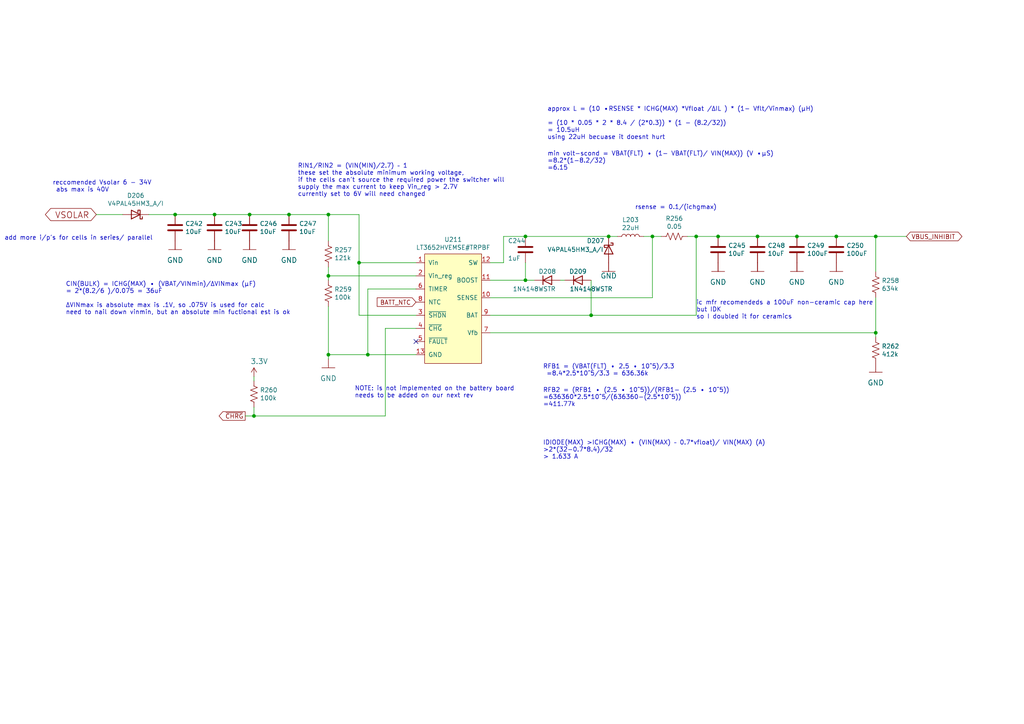
<source format=kicad_sch>
(kicad_sch (version 20211123) (generator eeschema)
  (paper "A4")
  (lib_symbols
    (symbol "mainboard-rescue:C-Device-mainboard-rescue" (pin_numbers hide) (pin_names (offset 0.254))
      (property "Reference" "C" (at 0.635 2.54 0))
      (property "Value" "C-Device-mainboard-rescue" (at 0.635 -2.54 0))
      (symbol "C-Device-mainboard-rescue_0_1"
        (polyline (pts (xy -2.032 -0.762) (xy 2.032 -0.762)) (stroke (width 0.508)))
        (polyline (pts (xy -2.032 0.762) (xy 2.032 0.762)) (stroke (width 0.508)))
      )
      (symbol "C-Device-mainboard-rescue_1_1"
        (pin passive line (at 0 3.81 270) (length 2.794) (name "~") (number "1"))
        (pin passive line (at 0 -3.81 90) (length 2.794) (name "~") (number "2"))
      )
    )
    (symbol "mainboard-rescue:D-Device-mainboard-rescue" (pin_numbers hide) (pin_names (offset 1.016) hide)
      (property "Reference" "D" (at 0 2.54 0))
      (property "Value" "D-Device-mainboard-rescue" (at 0 -2.54 0))
      (symbol "D-Device-mainboard-rescue_0_1"
        (polyline (pts (xy -1.27 1.27) (xy -1.27 -1.27)) (stroke (width 0.254)))
        (polyline (pts (xy 1.27 0) (xy -1.27 0)))
        (polyline (pts (xy 1.27 1.27) (xy 1.27 -1.27) (xy -1.27 0) (xy 1.27 1.27)) (stroke (width 0.254)))
      )
      (symbol "D-Device-mainboard-rescue_1_1"
        (pin passive line (at -3.81 0 0) (length 2.54) (name "K") (number "1"))
        (pin passive line (at 3.81 0 180) (length 2.54) (name "A") (number "2"))
      )
    )
    (symbol "mainboard-rescue:D_Schottky-Device-mainboard-rescue" (pin_numbers hide) (pin_names (offset 1.016) hide)
      (property "Reference" "D" (at 0 2.54 0))
      (property "Value" "D_Schottky-Device-mainboard-rescue" (at 0 -2.54 0))
      (symbol "D_Schottky-Device-mainboard-rescue_0_1"
        (polyline (pts (xy 1.27 0) (xy -1.27 0)))
        (polyline (pts (xy 1.27 1.27) (xy 1.27 -1.27) (xy -1.27 0) (xy 1.27 1.27)) (stroke (width 0.254)))
        (polyline (pts (xy -1.905 0.635) (xy -1.905 1.27) (xy -1.27 1.27) (xy -1.27 -1.27) (xy -0.635 -1.27) (xy -0.635 -0.635)) (stroke (width 0.254)))
      )
      (symbol "D_Schottky-Device-mainboard-rescue_1_1"
        (pin passive line (at -3.81 0 0) (length 2.54) (name "K") (number "1"))
        (pin passive line (at 3.81 0 180) (length 2.54) (name "A") (number "2"))
      )
    )
    (symbol "mainboard-rescue:L-Device-mainboard-rescue" (pin_numbers hide) (pin_names (offset 1.016) hide)
      (property "Reference" "L" (at -1.27 0 90))
      (property "Value" "L-Device-mainboard-rescue" (at 1.905 0 90))
      (symbol "L-Device-mainboard-rescue_0_1"
        (arc (start 0 -2.54) (mid 0.635 -1.905) (end 0 -1.27))
        (arc (start 0 -1.27) (mid 0.635 -0.635) (end 0 0))
        (arc (start 0 0) (mid 0.635 0.635) (end 0 1.27))
        (arc (start 0 1.27) (mid 0.635 1.905) (end 0 2.54))
      )
      (symbol "L-Device-mainboard-rescue_1_1"
        (pin passive line (at 0 3.81 270) (length 1.27) (name "1") (number "1"))
        (pin passive line (at 0 -3.81 90) (length 1.27) (name "2") (number "2"))
      )
    )
    (symbol "mainboard-rescue:R_US-Device-mainboard-rescue" (pin_numbers hide) (pin_names (offset 0))
      (property "Reference" "R" (at 2.54 0 90))
      (property "Value" "R_US-Device-mainboard-rescue" (at -2.54 0 90))
      (symbol "R_US-Device-mainboard-rescue_0_1"
        (polyline (pts (xy 0 -2.286) (xy 0 -2.54)))
        (polyline (pts (xy 0 2.286) (xy 0 2.54)))
        (polyline (pts (xy 0 -0.762) (xy 1.016 -1.143) (xy 0 -1.524) (xy -1.016 -1.905) (xy 0 -2.286)))
        (polyline (pts (xy 0 0.762) (xy 1.016 0.381) (xy 0 0) (xy -1.016 -0.381) (xy 0 -0.762)))
        (polyline (pts (xy 0 2.286) (xy 1.016 1.905) (xy 0 1.524) (xy -1.016 1.143) (xy 0 0.762)))
      )
      (symbol "R_US-Device-mainboard-rescue_1_1"
        (pin passive line (at 0 3.81 270) (length 1.27) (name "~") (number "1"))
        (pin passive line (at 0 -3.81 90) (length 1.27) (name "~") (number "2"))
      )
    )
    (symbol "mainboard:3.3V" (power) (pin_names (offset 1.016))
      (property "Value" "3.3V" (at -1.016 3.556 0))
      (symbol "3.3V_1_0"
        (polyline (pts (xy 0 2.54) (xy -0.762 1.27)))
        (polyline (pts (xy 0.762 1.27) (xy 0 2.54)))
        (pin power_in line (at 0 0 90) (length 2.54) (name "3.3V") (number "1"))
      )
    )
    (symbol "mainboard:GND" (power) (pin_names (offset 1.016))
      (property "Value" "GND" (at -2.54 -2.54 0))
      (symbol "GND_1_0"
        (polyline (pts (xy -1.905 0) (xy 1.905 0)))
        (pin power_in line (at 0 2.54 270) (length 2.54) (name "GND") (number "1"))
      )
    )
    (symbol "mainboard_SLI:LTC3652HV" (pin_names (offset 1.016))
      (property "Reference" "U" (at 0 3.81 0))
      (property "Value" "LTC3652HV" (at 0 1.27 0))
      (symbol "LTC3652HV_0_1"
        (rectangle (start -8.89 0) (end 7.62 -31.75) (fill (type background)))
      )
      (symbol "LTC3652HV_1_1"
        (pin input line (at -11.43 -2.54 0) (length 2.54) (name "Vin") (number "1"))
        (pin input line (at 10.16 -12.7 180) (length 2.54) (name "SENSE") (number "10"))
        (pin input line (at 10.16 -7.62 180) (length 2.54) (name "BOOST") (number "11"))
        (pin input line (at 10.16 -2.54 180) (length 2.54) (name "SW") (number "12"))
        (pin input line (at -11.43 -29.21 0) (length 2.54) (name "GND") (number "13"))
        (pin input line (at -11.43 -6.35 0) (length 2.54) (name "Vin_reg") (number "2"))
        (pin input line (at -11.43 -17.78 0) (length 2.54) (name "~{SHDN}") (number "3"))
        (pin input line (at -11.43 -21.59 0) (length 2.54) (name "~{CHG}") (number "4"))
        (pin input line (at -11.43 -25.4 0) (length 2.54) (name "~{FAULT}") (number "5"))
        (pin input line (at -11.43 -10.16 0) (length 2.54) (name "TIMER") (number "6"))
        (pin input line (at 10.16 -22.86 180) (length 2.54) (name "Vfb") (number "7"))
        (pin input line (at -11.43 -13.97 0) (length 2.54) (name "NTC") (number "8"))
        (pin input line (at 10.16 -17.78 180) (length 2.54) (name "BAT") (number "9"))
      )
    )
  )
  (junction (at 254 96.52))
  (junction (at 95.25 62.23))
  (junction (at 73.66 120.65))
  (junction (at 95.25 80.01))
  (junction (at 152.4 81.28))
  (junction (at 171.45 91.44))
  (junction (at 219.71 68.58))
  (junction (at 189.23 68.58))
  (junction (at 72.39 62.23))
  (junction (at 152.4 68.58))
  (junction (at 201.93 68.58))
  (junction (at 106.68 102.87))
  (junction (at 242.57 68.58))
  (junction (at 176.53 68.58))
  (junction (at 104.14 76.2))
  (junction (at 95.25 102.87))
  (junction (at 83.82 62.23))
  (junction (at 254 68.58))
  (junction (at 62.23 62.23))
  (junction (at 50.8 62.23))
  (junction (at 231.14 68.58))
  (junction (at 208.28 68.58))
  (no_connect (at 120.65 99.06))
  (wire (pts (xy 163.83 81.28) (xy 162.56 81.28)))
  (wire (pts (xy 104.14 76.2) (xy 120.65 76.2)))
  (wire (pts (xy 154.94 81.28) (xy 152.4 81.28)))
  (wire (pts (xy 219.71 68.58) (xy 231.14 68.58)))
  (wire (pts (xy 189.23 86.36) (xy 189.23 68.58)))
  (wire (pts (xy 73.66 109.22) (xy 73.66 110.49)))
  (wire (pts (xy 120.65 95.25) (xy 111.76 95.25)))
  (wire (pts (xy 104.14 91.44) (xy 120.65 91.44)))
  (wire (pts (xy 254 96.52) (xy 254 86.36)))
  (wire (pts (xy 152.4 68.58) (xy 146.05 68.58)))
  (wire (pts (xy 106.68 83.82) (xy 106.68 102.87)))
  (wire (pts (xy 142.24 91.44) (xy 171.45 91.44)))
  (wire (pts (xy 62.23 62.23) (xy 72.39 62.23)))
  (wire (pts (xy 146.05 76.2) (xy 142.24 76.2)))
  (wire (pts (xy 201.93 68.58) (xy 199.39 68.58)))
  (wire (pts (xy 142.24 81.28) (xy 152.4 81.28)))
  (wire (pts (xy 83.82 62.23) (xy 95.25 62.23)))
  (wire (pts (xy 95.25 81.28) (xy 95.25 80.01)))
  (wire (pts (xy 95.25 80.01) (xy 95.25 77.47)))
  (wire (pts (xy 43.18 62.23) (xy 50.8 62.23)))
  (wire (pts (xy 95.25 62.23) (xy 104.14 62.23)))
  (wire (pts (xy 104.14 76.2) (xy 104.14 62.23)))
  (wire (pts (xy 142.24 96.52) (xy 254 96.52)))
  (wire (pts (xy 104.14 76.2) (xy 104.14 91.44)))
  (wire (pts (xy 171.45 91.44) (xy 201.93 91.44)))
  (wire (pts (xy 186.69 68.58) (xy 189.23 68.58)))
  (wire (pts (xy 95.25 80.01) (xy 120.65 80.01)))
  (wire (pts (xy 50.8 62.23) (xy 62.23 62.23)))
  (wire (pts (xy 201.93 91.44) (xy 201.93 68.58)))
  (wire (pts (xy 106.68 102.87) (xy 120.65 102.87)))
  (wire (pts (xy 27.94 62.23) (xy 35.56 62.23)))
  (wire (pts (xy 231.14 68.58) (xy 242.57 68.58)))
  (wire (pts (xy 152.4 76.2) (xy 152.4 81.28)))
  (wire (pts (xy 72.39 62.23) (xy 83.82 62.23)))
  (wire (pts (xy 146.05 68.58) (xy 146.05 76.2)))
  (wire (pts (xy 73.66 120.65) (xy 71.12 120.65)))
  (wire (pts (xy 73.66 120.65) (xy 111.76 120.65)))
  (wire (pts (xy 142.24 86.36) (xy 189.23 86.36)))
  (wire (pts (xy 254 68.58) (xy 254 78.74)))
  (wire (pts (xy 95.25 102.87) (xy 95.25 104.14)))
  (wire (pts (xy 111.76 95.25) (xy 111.76 120.65)))
  (wire (pts (xy 73.66 118.11) (xy 73.66 120.65)))
  (wire (pts (xy 106.68 102.87) (xy 95.25 102.87)))
  (wire (pts (xy 179.07 68.58) (xy 176.53 68.58)))
  (wire (pts (xy 106.68 83.82) (xy 120.65 83.82)))
  (wire (pts (xy 242.57 68.58) (xy 254 68.58)))
  (wire (pts (xy 208.28 68.58) (xy 219.71 68.58)))
  (wire (pts (xy 189.23 68.58) (xy 191.77 68.58)))
  (wire (pts (xy 95.25 88.9) (xy 95.25 102.87)))
  (wire (pts (xy 95.25 69.85) (xy 95.25 62.23)))
  (wire (pts (xy 201.93 68.58) (xy 208.28 68.58)))
  (wire (pts (xy 254 68.58) (xy 262.89 68.58)))
  (wire (pts (xy 152.4 68.58) (xy 176.53 68.58)))
  (wire (pts (xy 171.45 81.28) (xy 171.45 91.44)))
  (wire (pts (xy 254 96.52) (xy 254 97.79)))
  (text "NOTE: is not implemented on the battery board\nneeds to be added on our next rev" (at 102.87 115.57 0) (effects (font (size 1.27 1.27)) (justify left bottom)))
  (text "RFB2 = (RFB1 • (2.5 • 10^5))/(RFB1- (2.5 • 10^5)) \n=636360*2.5*10^5/(636360-(2.5*10^5))\n=411.77k" (at 157.48 118.11 0) (effects (font (size 1.27 1.27)) (justify left bottom)))
  (text "reccomended Vsolar 6 - 34V\n abs max is 40V" (at 15.24 55.88 0) (effects (font (size 1.27 1.27)) (justify left bottom)))
  (text "ic mfr recomendeds a 100uF non-ceramic cap here\nbut IDK\nso I doubled it for ceramics" (at 201.93 92.71 0) (effects (font (size 1.27 1.27)) (justify left bottom)))
  (text "CIN(BULK) = ICHG(MAX) • (VBAT/VINmin)/ΔVINmax (µF) \n= 2*(8.2/6 )/0.075 = 36uF\n\nΔVINmax is absolute max is .1V, so .075V is used for calc\nneed to nail down vinmin, but an absolute min fuctional est is ok" (at 19.05 91.44 0) (effects (font (size 1.27 1.27)) (justify left bottom)))
  (text "IDIODE(MAX) >ICHG(MAX) • (VIN(MAX) – 0.7*vfloat)/ VIN(MAX) (A)\n>2*(32-0.7*8.4)/32\n> 1.633 A" (at 157.48 133.35 0) (effects (font (size 1.27 1.27)) (justify left bottom)))
  (text "RFB1 = (VBAT(FLT) • 2.5 • 10^5)/3.3\n =8.4*2.5*10^5/3.3 = 636.36k" (at 157.48 109.22 0) (effects (font (size 1.27 1.27)) (justify left bottom)))
  (text "RIN1/RIN2 = (VIN(MIN)/2.7) – 1\nthese set the absolute minimum working voltage,\nif the cells can't source the required power the switcher will \nsupply the max current to keep Vin_reg > 2.7V\ncurrently set to 6V will need changed" (at 86.36 57.15 0) (effects (font (size 1.27 1.27)) (justify left bottom)))
  (text "approx L = (10 •RSENSE * ICHG(MAX) *Vfloat /ΔIL ) * (1- Vflt/Vinmax) (µH)\n\n= (10 * 0.05 * 2 * 8.4 / (2*0.3)) * (1 - (8.2/32))\n= 10.5uH\nusing 22uH becuase it doesnt hurt" (at 158.75 40.64 0) (effects (font (size 1.27 1.27)) (justify left bottom)))
  (text "add more i/p's for cells in series/ parallel" (at 1.27 69.85 0) (effects (font (size 1.27 1.27)) (justify left bottom)))
  (text "rsense = 0.1/(ichgmax)" (at 184.15 60.96 0) (effects (font (size 1.27 1.27)) (justify left bottom)))
  (text "min volt-scond = VBAT(FLT) • (1− VBAT(FLT)/ VIN(MAX)) (V •µS)\n=8.2*(1-8.2/32)\n=6.15" (at 158.75 49.53 0) (effects (font (size 1.27 1.27)) (justify left bottom)))
  (global_label "~{CHRG}" (shape output) (at 71.12 120.65 180) (property "Intersheet References" "${INTERSHEET_REFS}" (effects hide)))
  (global_label "BATT_NTC" (shape input) (at 120.65 87.63 180) (property "Intersheet References" "${INTERSHEET_REFS}" (effects hide)))
  (global_label "VSOLAR" (shape bidirectional) (at 27.94 62.23 180) (effects (font (size 1.778 1.778))) (property "Intersheet References" "${INTERSHEET_REFS}" (effects hide)))
  (global_label "VBUS_INHIBIT" (shape bidirectional) (at 262.89 68.58 0) (property "Intersheet References" "${INTERSHEET_REFS}" (effects hide)))
  (symbol (lib_id "mainboard_SLI:LTC3652HV") (at 132.08 73.66 0) (unit 1)
    (property "Reference" "U211" (at 131.445 69.469 0))
    (property "Value" "‎LT3652HVEMSE#TRPBF‎" (at 131.445 71.7804 0))
    (property "Footprint" "Package_SO:MSOP-12-1EP_3x4mm_P0.65mm_EP1.65x2.85mm_ThermalVias" (effects hide))
  )
  (symbol (lib_id "mainboard-rescue:C-Device-mainboard-rescue") (at 50.8 66.04 0) (unit 1)
    (property "Reference" "C242" (at 53.721 64.8716 0) (effects (justify left)))
    (property "Value" "10uF" (at 53.721 67.183 0) (effects (justify left)))
    (property "Footprint" "Capacitor_SMD:C_1210_3225Metric" (effects hide))
    (property "Datasheet" "CNA6P1X7R1H106K250AE" (effects hide))
  )
  (symbol (lib_id "mainboard:GND") (at 50.8 72.39 0) (unit 1)
    (property "Reference" "#GND0201" (effects hide))
    (property "Value" "GND" (at 50.8 75.4634 0) (effects (font (size 1.4986 1.4986))))
  )
  (symbol (lib_id "mainboard-rescue:R_US-Device-mainboard-rescue") (at 73.66 114.3 0) (unit 1)
    (property "Reference" "R260" (at 75.3872 113.1316 0) (effects (justify left)))
    (property "Value" "100k" (at 75.3872 115.443 0) (effects (justify left)))
    (property "Footprint" "Resistor_SMD:R_0603_1608Metric" (effects hide))
  )
  (symbol (lib_id "mainboard:3.3V") (at 73.66 109.22 0)
    (property "Reference" "#P+0201" (effects hide))
    (property "Value" "3.3V" (at 72.644 105.664 0) (effects (font (size 1.4986 1.4986)) (justify left bottom)))
  )
  (symbol (lib_id "mainboard-rescue:R_US-Device-mainboard-rescue") (at 95.25 73.66 0) (unit 1)
    (property "Reference" "R257" (at 96.9772 72.4916 0) (effects (justify left)))
    (property "Value" "121k" (at 96.9772 74.803 0) (effects (justify left)))
    (property "Footprint" "Resistor_SMD:R_0603_1608Metric" (effects hide))
  )
  (symbol (lib_id "mainboard-rescue:R_US-Device-mainboard-rescue") (at 95.25 85.09 0) (unit 1)
    (property "Reference" "R259" (at 96.9772 83.9216 0) (effects (justify left)))
    (property "Value" "100k" (at 96.9772 86.233 0) (effects (justify left)))
    (property "Footprint" "Resistor_SMD:R_0603_1608Metric" (effects hide))
  )
  (symbol (lib_id "mainboard:GND") (at 95.25 106.68 0) (unit 1)
    (property "Reference" "#GND0208" (effects hide))
    (property "Value" "GND" (at 95.25 109.7534 0) (effects (font (size 1.4986 1.4986))))
  )
  (symbol (lib_id "mainboard-rescue:C-Device-mainboard-rescue") (at 152.4 72.39 0) (unit 1)
    (property "Reference" "C244" (at 147.32 69.85 0) (effects (justify left)))
    (property "Value" "1uF" (at 147.32 74.93 0) (effects (justify left)))
    (property "Footprint" "Capacitor_SMD:C_0603_1608Metric" (effects hide))
  )
  (symbol (lib_id "mainboard-rescue:D_Schottky-Device-mainboard-rescue") (at 176.53 72.39 270) (unit 1)
    (property "Reference" "D207" (at 170.18 69.85 90) (effects (justify left)))
    (property "Value" "V4PAL45HM3_A/I" (at 158.75 72.39 90) (effects (justify left)))
    (property "Footprint" "mainboard-SLI:SMPA" (effects hide))
  )
  (symbol (lib_id "mainboard-rescue:L-Device-mainboard-rescue") (at 182.88 68.58 270) (mirror x) (unit 1)
    (property "Reference" "L203" (at 182.88 63.754 90))
    (property "Value" "22uH" (at 182.88 66.0654 90))
    (property "Footprint" "Inductor_SMD:L_Vishay_IHLP-2525" (effects hide))
    (property "Datasheet" "IHLP2525CZER220M5A" (effects hide))
  )
  (symbol (lib_id "mainboard:GND") (at 176.53 78.74 0) (unit 1)
    (property "Reference" "#GND0203" (effects hide))
    (property "Value" "GND" (at 176.53 80.01 0) (effects (font (size 1.4986 1.4986))))
  )
  (symbol (lib_id "mainboard-rescue:R_US-Device-mainboard-rescue") (at 195.58 68.58 270) (unit 1)
    (property "Reference" "R256" (at 195.58 63.373 90))
    (property "Value" "0.05" (at 195.58 65.6844 90))
    (property "Footprint" "Resistor_SMD:R_1206_3216Metric" (effects hide))
    (property "Datasheet" "WSLP1206R0500DEA" (effects hide))
  )
  (symbol (lib_id "mainboard-rescue:R_US-Device-mainboard-rescue") (at 254 82.55 0) (unit 1)
    (property "Reference" "R258" (at 255.7272 81.3816 0) (effects (justify left)))
    (property "Value" "634k" (at 255.7272 83.693 0) (effects (justify left)))
    (property "Footprint" "Resistor_SMD:R_0603_1608Metric" (effects hide))
  )
  (symbol (lib_id "mainboard-rescue:R_US-Device-mainboard-rescue") (at 254 101.6 0) (unit 1)
    (property "Reference" "R262" (at 255.7272 100.4316 0) (effects (justify left)))
    (property "Value" "412k" (at 255.7272 102.743 0) (effects (justify left)))
    (property "Footprint" "Resistor_SMD:R_0603_1608Metric" (effects hide))
  )
  (symbol (lib_id "mainboard:GND") (at 254 107.95 0) (unit 1)
    (property "Reference" "#GND0209" (effects hide))
    (property "Value" "GND" (at 254 111.0234 0) (effects (font (size 1.4986 1.4986))))
  )
  (symbol (lib_id "mainboard-rescue:C-Device-mainboard-rescue") (at 208.28 72.39 0) (unit 1)
    (property "Reference" "C245" (at 211.201 71.2216 0) (effects (justify left)))
    (property "Value" "10uF" (at 211.201 73.533 0) (effects (justify left)))
    (property "Footprint" "Capacitor_SMD:C_1210_3225Metric" (effects hide))
    (property "Datasheet" "CNA6P1X7R1H106K250AE" (effects hide))
  )
  (symbol (lib_id "mainboard:GND") (at 208.28 78.74 0) (unit 1)
    (property "Reference" "#GND0204" (effects hide))
    (property "Value" "GND" (at 208.28 81.8134 0) (effects (font (size 1.4986 1.4986))))
  )
  (symbol (lib_id "mainboard-rescue:D-Device-mainboard-rescue") (at 167.64 81.28 0) (unit 1)
    (property "Reference" "D209" (at 167.64 78.74 0))
    (property "Value" "1N4148WSTR" (at 171.45 83.82 0))
    (property "Footprint" "Diode_SMD:D_SOD-323" (effects hide))
  )
  (symbol (lib_id "mainboard-rescue:D-Device-mainboard-rescue") (at 158.75 81.28 0) (unit 1)
    (property "Reference" "D208" (at 158.75 78.74 0))
    (property "Value" "1N4148WSTR" (at 154.94 83.82 0))
    (property "Footprint" "Diode_SMD:D_SOD-323" (effects hide))
  )
  (symbol (lib_id "mainboard:GND") (at 219.71 78.74 0) (unit 1)
    (property "Reference" "#GND0104" (effects hide))
    (property "Value" "GND" (at 219.71 81.8134 0) (effects (font (size 1.4986 1.4986))))
  )
  (symbol (lib_id "mainboard-rescue:C-Device-mainboard-rescue") (at 231.14 72.39 0) (unit 1)
    (property "Reference" "C249" (at 234.061 71.2216 0) (effects (justify left)))
    (property "Value" "100uF" (at 234.061 73.533 0) (effects (justify left)))
    (property "Footprint" "Capacitor_SMD:C_1210_3225Metric" (effects hide))
    (property "Datasheet" "GMC32X5R107M16NT" (effects hide))
  )
  (symbol (lib_id "mainboard-rescue:C-Device-mainboard-rescue") (at 242.57 72.39 0) (unit 1)
    (property "Reference" "C250" (at 245.491 71.2216 0) (effects (justify left)))
    (property "Value" "100uF" (at 245.491 73.533 0) (effects (justify left)))
    (property "Footprint" "Capacitor_SMD:C_1210_3225Metric" (effects hide))
    (property "Datasheet" "GMC32X5R107M16NT" (effects hide))
  )
  (symbol (lib_id "mainboard:GND") (at 231.14 78.74 0) (unit 1)
    (property "Reference" "#GND0117" (effects hide))
    (property "Value" "GND" (at 231.14 81.8134 0) (effects (font (size 1.4986 1.4986))))
  )
  (symbol (lib_id "mainboard:GND") (at 242.57 78.74 0) (unit 1)
    (property "Reference" "#GND0166" (effects hide))
    (property "Value" "GND" (at 242.57 81.8134 0) (effects (font (size 1.4986 1.4986))))
  )
  (symbol (lib_id "mainboard-rescue:C-Device-mainboard-rescue") (at 62.23 66.04 0) (unit 1)
    (property "Reference" "C243" (at 65.151 64.8716 0) (effects (justify left)))
    (property "Value" "10uF" (at 65.151 67.183 0) (effects (justify left)))
    (property "Footprint" "Capacitor_SMD:C_1210_3225Metric" (effects hide))
    (property "Datasheet" "CNA6P1X7R1H106K250AE" (effects hide))
  )
  (symbol (lib_id "mainboard:GND") (at 62.23 72.39 0) (unit 1)
    (property "Reference" "#GND0167" (effects hide))
    (property "Value" "GND" (at 62.23 75.4634 0) (effects (font (size 1.4986 1.4986))))
  )
  (symbol (lib_id "mainboard-rescue:C-Device-mainboard-rescue") (at 72.39 66.04 0) (unit 1)
    (property "Reference" "C246" (at 75.311 64.8716 0) (effects (justify left)))
    (property "Value" "10uF" (at 75.311 67.183 0) (effects (justify left)))
    (property "Footprint" "Capacitor_SMD:C_1210_3225Metric" (effects hide))
    (property "Datasheet" "CNA6P1X7R1H106K250AE" (effects hide))
  )
  (symbol (lib_id "mainboard:GND") (at 72.39 72.39 0) (unit 1)
    (property "Reference" "#GND0168" (effects hide))
    (property "Value" "GND" (at 72.39 75.4634 0) (effects (font (size 1.4986 1.4986))))
  )
  (symbol (lib_id "mainboard-rescue:C-Device-mainboard-rescue") (at 83.82 66.04 0) (unit 1)
    (property "Reference" "C247" (at 86.741 64.8716 0) (effects (justify left)))
    (property "Value" "10uF" (at 86.741 67.183 0) (effects (justify left)))
    (property "Footprint" "Capacitor_SMD:C_1210_3225Metric" (effects hide))
    (property "Datasheet" "CNA6P1X7R1H106K250AE" (effects hide))
  )
  (symbol (lib_id "mainboard:GND") (at 83.82 72.39 0) (unit 1)
    (property "Reference" "#GND0169" (effects hide))
    (property "Value" "GND" (at 83.82 75.4634 0) (effects (font (size 1.4986 1.4986))))
  )
  (symbol (lib_id "mainboard-rescue:D_Schottky-Device-mainboard-rescue") (at 39.37 62.23 180) (unit 1)
    (property "Reference" "D206" (at 39.37 56.7182 0))
    (property "Value" "V4PAL45HM3_A/I" (at 39.37 59.0296 0))
    (property "Footprint" "mainboard-SLI:SMPA" (effects hide))
  )
  (symbol (lib_id "mainboard-rescue:C-Device-mainboard-rescue") (at 219.71 72.39 0) (unit 1)
    (property "Reference" "C248" (at 222.631 71.2216 0) (effects (justify left)))
    (property "Value" "10uF" (at 222.631 73.533 0) (effects (justify left)))
    (property "Footprint" "Capacitor_SMD:C_1210_3225Metric" (effects hide))
    (property "Datasheet" "CNA6P1X7R1H106K250AE" (effects hide))
  )
)
</source>
